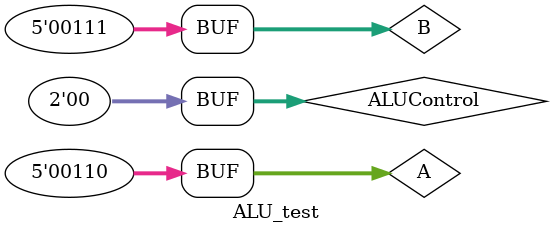
<source format=sv>
`include "ALU.sv"

module ALU_test;
  logic [4:0] A, B, result, Z, N, C, V;
  // DUT NbitAdder
  logic [1:0] ALUControl;
  
  ALU ALU (
    .A(A), .B(B), .Z(Z), .N(N), .C(C), .V(V),
    .ALUControl(ALUControl),
    .result(result)
  );
  
  // TEST SEQUENCE
  initial begin
    $dumpfile("dump.vcd"); $dumpvars;
    
    // init
    A = 4'b0110;
    B = 4'b0001;
    ALUControl = 2'b00; #1; // 3+1
    
    // test casees
    ALUControl = 2'b01; #1;
    ALUControl = 2'b10; #1;
    ALUControl = 2'b11; #1;
    
    B = 4'b0110; // TEST FOR ZERO
    ALUControl = 2'b01; #1;
    
    B = 4'b0111; // TEST FOR NEGATIVE
    ALUControl = 2'b01; #1;
    
    B = 4'b0011; // CARRY
    ALUControl = 2'b00; #1;
    
    B = 4'b0111; // OVERFLOW
    ALUControl = 2'b00; #1;
    
  end
endmodule

</source>
